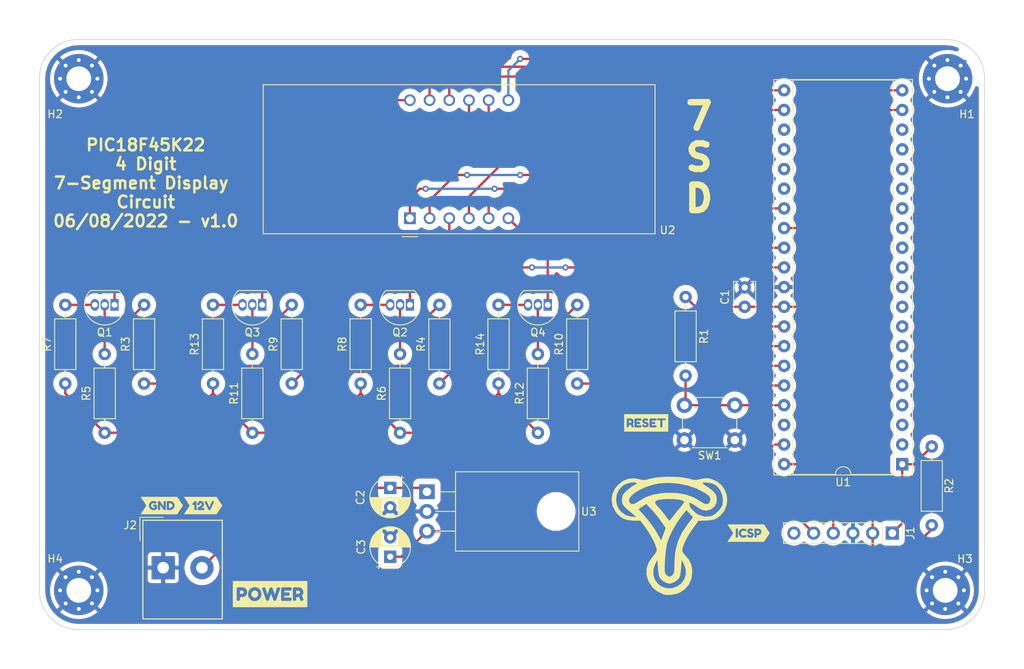
<source format=kicad_pcb>
(kicad_pcb (version 20211014) (generator pcbnew)
  (title_block (title "PIC18F45K22 - 4 Digit 7-Segment Display Circuit") (date "2022-08-16") (rev "v1.0") (company "Trion Embedded") (comment 1 "Designer: Bahtiyar Bayram"))
  (layers (0 "F.Cu" signal) (31 "B.Cu" signal) (34 "B.Paste" user) (35 "F.Paste" user) (36 "B.SilkS" user "B.Silkscreen") (37 "F.SilkS" user "F.Silkscreen") (38 "B.Mask" user) (39 "F.Mask" user) (44 "Edge.Cuts" user))
  (property "Date" "06/08/2022")
  (property "Ver" "v1.0")
  (net 0 "")
  (net 1 "+5V")
  (net 2 "GND")
  (net 3 "/~{MCRL}")
  (net 4 "/PGD")
  (net 5 "/PGC")
  (net 7 "/D1")
  (net 8 "Net-(Q1-Pad2)")
  (net 9 "Net-(Q1-Pad3)")
  (net 10 "/D3")
  (net 11 "Net-(Q2-Pad2)")
  (net 12 "Net-(Q2-Pad3)")
  (net 13 "/D2")
  (net 14 "Net-(Q3-Pad2)")
  (net 15 "Net-(Q3-Pad3)")
  (net 16 "/D4")
  (net 17 "Net-(Q4-Pad2)")
  (net 18 "Net-(Q4-Pad3)")
  (net 19 "Net-(R1-Pad2)")
  (net 20 "/DIG1")
  (net 21 "/DIG3")
  (net 22 "/DIG2")
  (net 23 "/DIG4")
  (net 41 "/SEG_A")
  (net 42 "/SEG_B")
  (net 43 "/SEG_C")
  (net 44 "/SEG_D")
  (net 49 "/SEG_E")
  (net 50 "/SEG_F")
  (net 51 "/SEG_G")
  (net 52 "/SEG_DP")
  (net 54 "Net-(C2-Pad1)")
  (footprint "kibuzzard-62FBC81B" (layer "F.Cu") (at 85.636051 117.328)
    (fp_text reference "kibuzzard-62FBC81B" hide)
    (fp_text value "G***" hide)
  )
  (footprint "Resistor_THT:R_Axial_DIN0207_L6.3mm_D2.5mm_P10.16mm_Horizontal" (layer "F.Cu") (at 102.400053 96.5 90)
    (fp_text reference "R6" (at 5.08 -2.37 90) (layer "F.SilkS"))
    (fp_text value "10k")
    (pad "1" thru_hole circle (at 0 0 90) (size 1.6 1.6) (drill 0.8) (layers *.Cu *.Mask) (net 1 "+5V"))
    (pad "2" thru_hole oval (at 10.16 0 90) (size 1.6 1.6) (drill 0.8) (layers *.Cu *.Mask) (net 11 "Net-(Q2-Pad2)"))
  )
  (footprint "TerminalBlock_Altech:Altech_AK300_1x02_P5.00mm_45-Degree" (layer "F.Cu") (at 71.848552 113.9185)
    (fp_text reference "J2" (at -4.2465 -5.4805) (layer "F.SilkS"))
    (fp_text value "Power")
    (pad "1" thru_hole rect (at 0 0) (size 3 3) (drill 1.5) (layers *.Cu *.Mask) (net 2 "GND"))
    (pad "2" thru_hole circle (at 5 0) (size 3 3) (drill 1.5) (layers *.Cu *.Mask) (net 54 "Net-(C2-Pad1)"))
  )
  (footprint "Capacitor_THT:C_Disc_D3.8mm_W2.6mm_P2.50mm" (layer "F.Cu") (at 146.850051 80.244 90)
    (fp_text reference "C1" (at 1.25 -2.55 90) (layer "F.SilkS"))
    (fp_text value "100nF")
    (pad "1" thru_hole circle (at 0 0 90) (size 1.6 1.6) (drill 0.8) (layers *.Cu *.Mask) (net 1 "+5V"))
    (pad "2" thru_hole circle (at 2.5 0 90) (size 1.6 1.6) (drill 0.8) (layers *.Cu *.Mask) (net 2 "GND"))
  )
  (footprint "Display_7Segment:CA56-12EWA" (layer "F.Cu") (at 103.670051 68.814 90)
    (fp_text reference "U2" (at -1.544 33.235949 180) (layer "F.SilkS"))
    (fp_text value "CA56-12EWA")
    (pad "1" thru_hole rect (at 0 0 90) (size 1.5 1.5) (drill 1) (layers *.Cu *.Mask) (net 49 "/SEG_E"))
    (pad "2" thru_hole circle (at 0 2.54 90) (size 1.5 1.5) (drill 1) (layers *.Cu *.Mask) (net 44 "/SEG_D"))
    (pad "3" thru_hole circle (at 0 5.08 90) (size 1.5 1.5) (drill 1) (layers *.Cu *.Mask) (net 52 "/SEG_DP"))
    (pad "4" thru_hole circle (at 0 7.62 90) (size 1.5 1.5) (drill 1) (layers *.Cu *.Mask) (net 43 "/SEG_C"))
    (pad "5" thru_hole circle (at 0 10.16 90) (size 1.5 1.5) (drill 1) (layers *.Cu *.Mask) (net 51 "/SEG_G"))
    (pad "6" thru_hole circle (at 0 12.7 90) (size 1.5 1.5) (drill 1) (layers *.Cu *.Mask) (net 16 "/D4"))
    (pad "7" thru_hole circle (at 15.24 12.7 90) (size 1.5 1.5) (drill 1) (layers *.Cu *.Mask) (net 42 "/SEG_B"))
    (pad "8" thru_hole circle (at 15.24 10.16 90) (size 1.5 1.5) (drill 1) (layers *.Cu *.Mask) (net 10 "/D3"))
    (pad "9" thru_hole circle (at 15.24 7.62 90) (size 1.5 1.5) (drill 1) (layers *.Cu *.Mask) (net 13 "/D2"))
    (pad "10" thru_hole circle (at 15.24 5.08 90) (size 1.5 1.5) (drill 1) (layers *.Cu *.Mask) (net 50 "/SEG_F"))
    (pad "11" thru_hole circle (at 15.24 2.54 90) (size 1.5 1.5) (drill 1) (layers *.Cu *.Mask) (net 41 "/SEG_A"))
    (pad "12" thru_hole circle (at 15.24 0 90) (size 1.5 1.5) (drill 1) (layers *.Cu *.Mask) (net 7 "/D1"))
  )
  (footprint "Resistor_THT:R_Axial_DIN0207_L6.3mm_D2.5mm_P10.16mm_Horizontal" (layer "F.Cu") (at 107.480052 90.15 90)
    (fp_text reference "R4" (at 5.08 -2.37 90) (layer "F.SilkS"))
    (fp_text value "1k")
    (pad "1" thru_hole circle (at 0 0 90) (size 1.6 1.6) (drill 0.8) (layers *.Cu *.Mask) (net 21 "/DIG3"))
    (pad "2" thru_hole oval (at 10.16 0 90) (size 1.6 1.6) (drill 0.8) (layers *.Cu *.Mask) (net 11 "Net-(Q2-Pad2)"))
  )
  (footprint "MountingHole:MountingHole_3.2mm_M3_Pad_Via" (layer "F.Cu") (at 173.012051 50.8 180)
    (fp_text reference "H1" (at -2.501949 -4.572) (layer "F.SilkS"))
    (fp_text value "M3")
    (pad "1" thru_hole circle (at 0 0 180) (size 6.4 6.4) (drill 3.2) (layers *.Cu *.Mask) (net 2 "GND"))
    (pad "1" thru_hole circle (at 1.697056 -1.697056 180) (size 0.8 0.8) (drill 0.5) (layers *.Cu *.Mask) (net 2 "GND"))
    (pad "1" thru_hole circle (at 0 2.4 180) (size 0.8 0.8) (drill 0.5) (layers *.Cu *.Mask) (net 2 "GND"))
    (pad "1" thru_hole circle (at 1.697056 1.697056 180) (size 0.8 0.8) (drill 0.5) (layers *.Cu *.Mask) (net 2 "GND"))
    (pad "1" thru_hole circle (at 0 -2.4 180) (size 0.8 0.8) (drill 0.5) (layers *.Cu *.Mask) (net 2 "GND"))
    (pad "1" thru_hole circle (at 2.4 0 180) (size 0.8 0.8) (drill 0.5) (layers *.Cu *.Mask) (net 2 "GND"))
    (pad "1" thru_hole circle (at -1.697056 -1.697056 180) (size 0.8 0.8) (drill 0.5) (layers *.Cu *.Mask) (net 2 "GND"))
    (pad "1" thru_hole circle (at -2.4 0 180) (size 0.8 0.8) (drill 0.5) (layers *.Cu *.Mask) (net 2 "GND"))
    (pad "1" thru_hole circle (at -1.697056 1.697056 180) (size 0.8 0.8) (drill 0.5) (layers *.Cu *.Mask) (net 2 "GND"))
  )
  (footprint "Resistor_THT:R_Axial_DIN0207_L6.3mm_D2.5mm_P10.16mm_Horizontal" (layer "F.Cu") (at 78.270054 90.15 90)
    (fp_text reference "R13" (at 5.08 -2.37 90) (layer "F.SilkS"))
    (fp_text value "1k")
    (pad "1" thru_hole circle (at 0 0 90) (size 1.6 1.6) (drill 0.8) (layers *.Cu *.Mask) (net 1 "+5V"))
    (pad "2" thru_hole oval (at 10.16 0 90) (size 1.6 1.6) (drill 0.8) (layers *.Cu *.Mask) (net 15 "Net-(Q3-Pad3)"))
  )
  (footprint "LOGO" (layer "F.Cu") (at 137.16 109.728)
    (fp_text reference "G***" hide)
    (fp_text value "LOGO" hide)
  )
  (footprint "Package_TO_SOT_THT:TO-92_Inline" (layer "F.Cu") (at 121.450051 79.99 180)
    (fp_text reference "Q4" (at 1.27 -3.56) (layer "F.SilkS"))
    (fp_text value "2N3906")
    (pad "1" thru_hole rect (at 0 0 180) (size 1.05 1.5) (drill 0.75) (layers *.Cu *.Mask) (net 16 "/D4"))
    (pad "2" thru_hole oval (at 1.27 0 180) (size 1.05 1.5) (drill 0.75) (layers *.Cu *.Mask) (net 17 "Net-(Q4-Pad2)"))
    (pad "3" thru_hole oval (at 2.54 0 180) (size 1.05 1.5) (drill 0.75) (layers *.Cu *.Mask) (net 18 "Net-(Q4-Pad3)"))
  )
  (footprint "Capacitor_THT:CP_Radial_D5.0mm_P2.50mm" (layer "F.Cu") (at 101.130052 112.502 90)
    (fp_text reference "C3" (at 1.25 -3.75 90) (layer "F.SilkS"))
    (fp_text value "10u")
    (pad "1" thru_hole rect (at 0 0 90) (size 1.6 1.6) (drill 0.8) (layers *.Cu *.Mask) (net 1 "+5V"))
    (pad "2" thru_hole circle (at 2.5 0 90) (size 1.6 1.6) (drill 0.8) (layers *.Cu *.Mask) (net 2 "GND"))
  )
  (footprint "Resistor_THT:R_Axial_DIN0207_L6.3mm_D2.5mm_P10.16mm_Horizontal" (layer "F.Cu") (at 64.300053 96.499999 90)
    (fp_text reference "R5" (at 5.08 -2.37 90) (layer "F.SilkS"))
    (fp_text value "10k")
    (pad "1" thru_hole circle (at 0 0 90) (size 1.6 1.6) (drill 0.8) (layers *.Cu *.Mask) (net 1 "+5V"))
    (pad "2" thru_hole oval (at 10.16 0 90) (size 1.6 1.6) (drill 0.8) (layers *.Cu *.Mask) (net 8 "Net-(Q1-Pad2)"))
  )
  (footprint "Resistor_THT:R_Axial_DIN0207_L6.3mm_D2.5mm_P10.16mm_Horizontal" (layer "F.Cu") (at 97.320052 90.15 90)
    (fp_text reference "R8" (at 5.08 -2.37 90) (layer "F.SilkS"))
    (fp_text value "1k")
    (pad "1" thru_hole circle (at 0 0 90) (size 1.6 1.6) (drill 0.8) (layers *.Cu *.Mask) (net 1 "+5V"))
    (pad "2" thru_hole oval (at 10.16 0 90) (size 1.6 1.6) (drill 0.8) (layers *.Cu *.Mask) (net 12 "Net-(Q2-Pad3)"))
  )
  (footprint "Button_Switch_THT:SW_PUSH_6mm_H7.3mm" (layer "F.Cu") (at 145.580052 97.444 180)
    (fp_text reference "SW1" (at 3.25 -2) (layer "F.SilkS"))
    (fp_text value "START")
    (pad "1" thru_hole circle (at 6.5 0 270) (size 2 2) (drill 1.1) (layers *.Cu *.Mask) (net 2 "GND"))
    (pad "1" thru_hole circle (at 0 0 270) (size 2 2) (drill 1.1) (layers *.Cu *.Mask) (net 2 "GND"))
    (pad "2" thru_hole circle (at 6.5 4.5 270) (size 2 2) (drill 1.1) (layers *.Cu *.Mask) (net 19 "Net-(R1-Pad2)"))
    (pad "2" thru_hole circle (at 0 4.5 270) (size 2 2) (drill 1.1) (layers *.Cu *.Mask) (net 19 "Net-(R1-Pad2)"))
  )
  (footprint "Package_TO_SOT_THT:TO-92_Inline" (layer "F.Cu") (at 103.670053 79.989999 180)
    (fp_text reference "Q2" (at 1.27 -3.56) (layer "F.SilkS"))
    (fp_text value "2N3906")
    (pad "1" thru_hole rect (at 0 0 180) (size 1.05 1.5) (drill 0.75) (layers *.Cu *.Mask) (net 10 "/D3"))
    (pad "2" thru_hole oval (at 1.27 0 180) (size 1.05 1.5) (drill 0.75) (layers *.Cu *.Mask) (net 11 "Net-(Q2-Pad2)"))
    (pad "3" thru_hole oval (at 2.54 0 180) (size 1.05 1.5) (drill 0.75) (layers *.Cu *.Mask) (net 12 "Net-(Q2-Pad3)"))
  )
  (footprint "kibuzzard-62FBC8E2" (layer "F.Cu") (at 147.358051 109.454)
    (fp_text reference "kibuzzard-62FBC8E2" hide)
    (fp_text value "G***" hide)
  )
  (footprint "MountingHole:MountingHole_3.2mm_M3_Pad_Via" (layer "F.Cu") (at 60.96 116.84 180)
    (fp_text reference "H4" (at 3.048 4.064) (layer "F.SilkS"))
    (fp_text value "M3")
    (pad "1" thru_hole circle (at -1.697056 1.697056 180) (size 0.8 0.8) (drill 0.5) (layers *.Cu *.Mask) (net 2 "GND"))
    (pad "1" thru_hole circle (at -2.4 0 180) (size 0.8 0.8) (drill 0.5) (layers *.Cu *.Mask) (net 2 "GND"))
    (pad "1" thru_hole circle (at 0 -2.4 180) (size 0.8 0.8) (drill 0.5) (layers *.Cu *.Mask) (net 2 "GND"))
    (pad "1" thru_hole circle (at 0 0 180) (size 6.4 6.4) (drill 3.2) (layers *.Cu *.Mask) (net 2 "GND"))
    (pad "1" thru_hole circle (at 2.4 0 180) (size 0.8 0.8) (drill 0.5) (layers *.Cu *.Mask) (net 2 "GND"))
    (pad "1" thru_hole circle (at 1.697056 1.697056 180) (size 0.8 0.8) (drill 0.5) (layers *.Cu *.Mask) (net 2 "GND"))
    (pad "1" thru_hole circle (at -1.697056 -1.697056 180) (size 0.8 0.8) (drill 0.5) (layers *.Cu *.Mask) (net 2 "GND"))
    (pad "1" thru_hole circle (at 1.697056 -1.697056 180) (size 0.8 0.8) (drill 0.5) (layers *.Cu *.Mask) (net 2 "GND"))
    (pad "1" thru_hole circle (at 0 2.4 180) (size 0.8 0.8) (drill 0.5) (layers *.Cu *.Mask) (net 2 "GND"))
  )
  (footprint "Package_DIP:DIP-40_W15.24mm_Socket" (layer "F.Cu") (at 167.175051 100.559 180)
    (fp_text reference "U1" (at 7.62 -2.33) (layer "F.SilkS"))
    (fp_text value "PIC18F45K22-IP")
    (pad "1" thru_hole rect (at 0 0 180) (size 1.6 1.6) (drill 0.8) (layers *.Cu *.Mask) (net 3 "/~{MCRL}"))
    (pad "2" thru_hole oval (at 0 2.54 180) (size 1.6 1.6) (drill 0.8) (layers *.Cu *.Mask))
    (pad "3" thru_hole oval (at 0 5.08 180) (size 1.6 1.6) (drill 0.8) (layers *.Cu *.Mask))
    (pad "4" thru_hole oval (at 0 7.62 180) (size 1.6 1.6) (drill 0.8) (layers *.Cu *.Mask))
    (pad "5" thru_hole oval (at 0 10.16 180) (size 1.6 1.6) (drill 0.8) (layers *.Cu *.Mask))
    (pad "6" thru_hole oval (at 0 12.7 180) (size 1.6 1.6) (drill 0.8) (layers *.Cu *.Mask))
    (pad "7" thru_hole oval (at 0 15.24 180) (size 1.6 1.6) (drill 0.8) (layers *.Cu *.Mask))
    (pad "8" thru_hole oval (at 0 17.78 180) (size 1.6 1.6) (drill 0.8) (layers *.Cu *.Mask))
    (pad "9" thru_hole oval (at 0 20.32 180) (size 1.6 1.6) (drill 0.8) (layers *.Cu *.Mask))
    (pad "10" thru_hole oval (at 0 22.86 180) (size 1.6 1.6) (drill 0.8) (layers *.Cu *.Mask))
    (pad "11" thru_hole oval (at 0 25.4 180) (size 1.6 1.6) (drill 0.8) (layers *.Cu *.Mask))
    (pad "12" thru_hole oval (at 0 27.94 180) (size 1.6 1.6) (drill 0.8) (layers *.Cu *.Mask))
    (pad "13" thru_hole oval (at 0 30.48 180) (size 1.6 1.6) (drill 0.8) (layers *.Cu *.Mask))
    (pad "14" thru_hole oval (at 0 33.02 180) (size 1.6 1.6) (drill 0.8) (layers *.Cu *.Mask))
    (pad "15" thru_hole oval (at 0 35.56 180) (size 1.6 1.6) (drill 0.8) (layers *.Cu *.Mask))
    (pad "16" thru_hole oval (at 0 38.1 180) (size 1.6 1.6) (drill 0.8) (layers *.Cu *.Mask))
    (pad "17" thru_hole oval (at 0 40.64 180) (size 1.6 1.6) (drill 0.8) (layers *.Cu *.Mask))
    (pad "18" thru_hole oval (at 0 43.18 180) (size 1.6 1.6) (drill 0.8) (layers *.Cu *.Mask))
    (pad "19" thru_hole oval (at 0 45.72 180) (size 1.6 1.6) (drill 0.8) (layers *.Cu *.Mask) (net 41 "/SEG_A"))
    (pad "20" thru_hole oval (at 0 48.26 180) (size 1.6 1.6) (drill 0.8) (layers *.Cu *.Mask) (net 42 "/SEG_B"))
    (pad "21" thru_hole oval (at 15.24 48.26 180) (size 1.6 1.6) (drill 0.8) (layers *.Cu *.Mask) (net 43 "/SEG_C"))
    (pad "22" thru_hole oval (at 15.24 45.72 180) (size 1.6 1.6) (drill 0.8) (layers *.Cu *.Mask) (net 44 "/SEG_D"))
    (pad "23" thru_hole oval (at 15.24 43.18 180) (size 1.6 1.6) (drill 0.8) (layers *.Cu *.Mask))
    (pad "24" thru_hole oval (at 15.24 40.64 180) (size 1.6 1.6) (drill 0.8) (layers *.Cu *.Mask))
    (pad "25" thru_hole oval (at 15.24 38.1 180) (size 1.6 1.6) (drill 0.8) (layers *.Cu *.Mask))
    (pad "26" thru_hole oval (at 15.24 35.56 180) (size 1.6 1.6) (drill 0.8) (layers *.Cu *.Mask))
    (pad "27" thru_hole oval (at 15.24 33.02 180) (size 1.6 1.6) (drill 0.8) (layers *.Cu *.Mask) (net 49 "/SEG_E"))
    (pad "28" thru_hole oval (at 15.24 30.48 180) (size 1.6 1.6) (drill 0.8) (layers *.Cu *.Mask) (net 50 "/SEG_F"))
    (pad "29" thru_hole oval (at 15.24 27.94 180) (size 1.6 1.6) (drill 0.8) (layers *.Cu *.Mask) (net 51 "/SEG_G"))
    (pad "30" thru_hole oval (at 15.24 25.4 180) (size 1.6 1.6) (drill 0.8) (layers *.Cu *.Mask) (net 52 "/SEG_DP"))
    (pad "31" thru_hole oval (at 15.24 22.86 180) (size 1.6 1.6) (drill 0.8) (layers *.Cu *.Mask) (net 2 "GND"))
    (pad "32" thru_hole oval (at 15.24 20.32 180) (size 1.6 1.6) (drill 0.8) (layers *.Cu *.Mask) (net 1 "+5V"))
    (pad "33" thru_hole oval (at 15.24 17.78 180) (size 1.6 1.6) (drill 0.8) (layers *.Cu *.Mask) (net 20 "/DIG1"))
    (pad "34" thru_hole oval (at 15.24 15.24 180) (size 1.6 1.6) (drill 0.8) (layers *.Cu *.Mask) (net 22 "/DIG2"))
    (pad "35" thru_hole oval (at 15.24 12.7 180) (size 1.6 1.6) (drill 0.8) (layers *.Cu *.Mask) (net 21 "/DIG3"))
    (pad "36" thru_hole oval (at 15.24 10.16 180) (size 1.6 1.6) (drill 0.8) (layers *.Cu *.Mask) (net 23 "/DIG4"))
    (pad "37" thru_hole oval (at 15.24 7.62 180) (size 1.6 1.6) (drill 0.8) (layers *.Cu *.Mask) (net 19 "Net-(R1-Pad2)"))
    (pad "38" thru_hole oval (at 15.24 5.08 180) (size 1.6 1.6) (drill 0.8) (layers *.Cu *.Mask))
    (pad "39" thru_hole oval (at 15.24 2.54 180) (size 1.6 1.6) (drill 0.8) (layers *.Cu *.Mask) (net 5 "/PGC"))
    (pad "40" thru_hole oval (at 15.24 0 180) (size 1.6 1.6) (drill 0.8) (layers *.Cu *.Mask) (net 4 "/PGD"))
  )
  (footprint "Package_TO_SOT_THT:TO-92_Inline" (layer "F.Cu") (at 84.620052 79.99 180)
    (fp_text reference "Q3" (at 1.27 -3.56) (layer "F.SilkS"))
    (fp_text value "2N3906")
    (pad "1" thru_hole rect (at 0 0 180) (size 1.05 1.5) (drill 0.75) (layers *.Cu *.Mask) (net 13 "/D2"))
    (pad "2" thru_hole oval (at 1.27 0 180) (size 1.05 1.5) (drill 0.75) (layers *.Cu *.Mask) (net 14 "Net-(Q3-Pad2)"))
    (pad "3" thru_hole oval (at 2.54 0 180) (size 1.05 1.5) (drill 0.75) (layers *.Cu *.Mask) (net 15 "Net-(Q3-Pad3)"))
  )
  (footprint "kibuzzard-62FBC8B8" (layer "F.Cu") (at 71.666052 105.898)
    (fp_text reference "kibuzzard-62FBC8B8" hide)
    (fp_text value "G***" hide)
  )
  (footprint "Resistor_THT:R_Axial_DIN0207_L6.3mm_D2.5mm_P10.16mm_Horizontal" (layer "F.Cu") (at 115.100051 90.15 90)
    (fp_text reference "R14" (at 5.08 -2.37 90) (layer "F.SilkS"))
    (fp_text value "1k")
    (pad "1" thru_hole circle (at 0 0 90) (size 1.6 1.6) (drill 0.8) (layers *.Cu *.Mask) (net 1 "+5V"))
    (pad "2" thru_hole oval (at 10.16 0 90) (size 1.6 1.6) (drill 0.8) (layers *.Cu *.Mask) (net 18 "Net-(Q4-Pad3)"))
  )
  (footprint "Resistor_THT:R_Axial_DIN0207_L6.3mm_D2.5mm_P10.16mm_Horizontal" (layer "F.Cu") (at 125.260053 90.15 90)
    (fp_text reference "R10" (at 5.08 -2.37 90) (layer "F.SilkS"))
    (fp_text value "1k")
    (pad "1" thru_hole circle (at 0 0 90) (size 1.6 1.6) (drill 0.8) (layers *.Cu *.Mask) (net 23 "/DIG4"))
    (pad "2" thru_hole oval (at 10.16 0 90) (size 1.6 1.6) (drill 0.8) (layers *.Cu *.Mask) (net 17 "Net-(Q4-Pad2)"))
  )
  (footprint "Resistor_THT:R_Axial_DIN0207_L6.3mm_D2.5mm_P10.16mm_Horizontal" (layer "F.Cu") (at 88.430052 90.149999 90)
    (fp_text reference "R9" (at 5.08 -2.37 90) (layer "F.SilkS"))
    (fp_text value "1k")
    (pad "1" thru_hole circle (at 0 0 90) (size 1.6 1.6) (drill 0.8) (layers *.Cu *.Mask) (net 22 "/DIG2"))
    (pad "2" thru_hole oval (at 10.16 0 90) (size 1.6 1.6) (drill 0.8) (layers *.Cu *.Mask) (net 14 "Net-(Q3-Pad2)"))
  )
  (footprint "Resistor_THT:R_Axial_DIN0207_L6.3mm_D2.5mm_P10.16mm_Horizontal" (layer "F.Cu") (at 83.350052 96.5 90)
    (fp_text reference "R11" (at 5.08 -2.37 90) (layer "F.SilkS"))
    (fp_text value "10k")
    (pad "1" thru_hole circle (at 0 0 90) (size 1.6 1.6) (drill 0.8) (layers *.Cu *.Mask) (net 1 "+5V"))
    (pad "2" thru_hole oval (at 10.16 0 90) (size 1.6 1.6) (drill 0.8) (layers *.Cu *.Mask) (net 14 "Net-(Q3-Pad2)"))
  )
  (footprint "Resistor_THT:R_Axial_DIN0207_L6.3mm_D2.5mm_P10.16mm_Horizontal" (layer "F.Cu") (at 170.980051 108.438 90)
    (fp_text reference "R2" (at 5.08 2.247949 90) (layer "F.SilkS"))
    (fp_text value "10k")
    (pad "1" thru_hole circle (at 0 0 90) (size 1.6 1.6) (drill 0.8) (layers *.Cu *.Mask) (net 1 "+5V"))
    (pad "2" thru_hole oval (at 10.16 0 90) (size 1.6 1.6) (drill 0.8) (layers *.Cu *.Mask) (net 3 "/~{MCRL}"))
  )
  (footprint "MountingHole:MountingHole_3.2mm_M3_Pad_Via" (layer "F.Cu") (at 172.72 116.84 180)
    (fp_text reference "H3" (at -2.54 4.064) (layer "F.SilkS"))
    (fp_text value "M3")
    (pad "1" thru_hole circle (at -1.697056 -1.697056 180) (size 0.8 0.8) (drill 0.5) (layers *.Cu *.Mask) (net 2 "GND"))
    (pad "1" thru_hole circle (at 1.697056 -1.697056 180) (size 0.8 0.8) (drill 0.5) (layers *.Cu *.Mask) (net 2 "GND"))
    (pad "1" thru_hole circle (at 2.4 0 180) (size 0.8 0.8) (drill 0.5) (layers *.Cu *.Mask) (net 2 "GND"))
    (pad "1" thru_hole circle (at 0 0 180) (size 6.4 6.4) (drill 3.2) (layers *.Cu *.Mask) (net 2 "GND"))
    (pad "1" thru_hole circle (at -1.697056 1.697056 180) (size 0.8 0.8) (drill 0.5) (layers *.Cu *.Mask) (net 2 "GND"))
    (pad "1" thru_hole circle (at 0 -2.4 180) (size 0.8 0.8) (drill 0.5) (layers *.Cu *.Mask) (net 2 "GND"))
    (pad "1" thru_hole circle (at 1.697056 1.697056 180) (size 0.8 0.8) (drill 0.5) (layers *.Cu *.Mask) (net 2 "GND"))
    (pad "1" thru_hole circle (at 0 2.4 180) (size 0.8 0.8) (drill 0.5) (layers *.Cu *.Mask) (net 2 "GND"))
    (pad "1" thru_hole circle (at -2.4 0 180) (size 0.8 0.8) (drill 0.5) (layers *.Cu *.Mask) (net 2 "GND"))
  )
  (footprint "Resistor_THT:R_Axial_DIN0207_L6.3mm_D2.5mm_P10.16mm_Horizontal" (layer "F.Cu") (at 59.220051 90.15 90)
    (fp_text reference "R7" (at 5.08 -2.37 90) (layer "F.SilkS"))
    (fp_text value "1k")
    (pad "1" thru_hole circle (at 0 0 90) (size 1.6 1.6) (drill 0.8) (layers *.Cu *.Mask) (net 1 "+5V"))
    (pad "2" thru_hole oval (at 10.16 0 90) (size 1.6 1.6) (drill 0.8) (layers *.Cu *.Mask) (net 9 "Net-(Q1-Pad3)"))
  )
  (footprint "MountingHole:MountingHole_3.2mm_M3_Pad_Via" (layer "F.Cu") (at 60.96 50.8 180)
    (fp_text reference "H2" (at 3.048 -4.572) (layer "F.SilkS"))
    (fp_text value "M3")
    (pad "1" thru_hole circle (at 0 0 180) (size 6.4 6.4) (drill 3.2) (layers *.Cu *.Mask) (net 2 "GND"))
    (pad "1" thru_hole circle (at -1.697056 1.697056 180) (size 0.8 0.8) (drill 0.5) (layers *.Cu *.Mask) (net 2 "GND"))
    (pad "1" thru_hole circle (at -2.4 0 180) (size 0.8 0.8) (drill 0.5) (layers *.Cu *.Mask) (net 2 "GND"))
    (pad "1" thru_hole circle (at 2.4 0 180) (size 0.8 0.8) (drill 0.5) (layers *.Cu *.Mask) (net 2 "GND"))
    (pad "1" thru_hole circle (at 1.697056 1.697056 180) (size 0.8 0.8) (drill 0.5) (layers *.Cu *.Mask) (net 2 "GND"))
    (pad "1" thru_hole circle (at 0 2.4 180) (size 0.8 0.8) (drill 0.5) (layers *.Cu *.Mask) (net 2 "GND"))
    (pad "1" thru_hole circle (at 0 -2.4 180) (size 0.8 0.8) (drill 0.5) (layers *.Cu *.Mask) (net 2 "GND"))
    (pad "1" thru_hole circle (at -1.697056 -1.697056 180) (size 0.8 0.8) (drill 0.5) (layers *.Cu *.Mask) (net 2 "GND"))
    (pad "1" thru_hole circle (at 1.697056 -1.697056 180) (size 0.8 0.8) (drill 0.5) (layers *.Cu *.Mask) (net 2 "GND"))
  )
  (footprint "Resistor_THT:R_Axial_DIN0207_L6.3mm_D2.5mm_P10.16mm_Horizontal" (layer "F.Cu") (at 69.380053 90.15 90)
    (fp_text reference "R3" (at 5.08 -2.37 90) (layer "F.SilkS"))
    (fp_text value "1k")
    (pad "1" thru_hole circle (at 0 0 90) (size 1.6 1.6) (drill 0.8) (layers *.Cu *.Mask) (net 20 "/DIG1"))
    (pad "2" thru_hole oval (at 10.16 0 90) (size 1.6 1.6) (drill 0.8) (layers *.Cu *.Mask) (net 8 "Net-(Q1-Pad2)"))
  )
  (footprint "Connector_PinHeader_2.54mm:PinHeader_1x06_P2.54mm_Vertical" (layer "F.Cu") (at 165.900051 109.454 -90)
    (fp_text reference "J1" (at 0 -2.33 90) (layer "F.SilkS"))
    (fp_text value "ICSP")
    (pad "1" thru_hole rect (at 0 0 270) (size 1.7 1.7) (drill 1) (layers *.Cu *.Mask) (net 3 "/~{MCRL}"))
    (pad "2" thru_hole oval (at 0 2.54 270) (size 1.7 1.7) (drill 1) (layers *.Cu *.Mask) (net 1 "+5V"))
    (pad "3" thru_hole oval (at 0 5.08 270) (size 1.7 1.7) (drill 1) (layers *.Cu *.Mask) (net 2 "GND"))
    (pad "4" thru_hole oval (at 0 7.62 270) (size 1.7 1.7) (drill 1) (layers *.Cu *.Mask) (net 4 "/PGD"))
    (pad "5" thru_hole oval (at 0 10.16 270) (size 1.7 1.7) (drill 1) (layers *.Cu *.Mask) (net 5 "/PGC"))
    (pad "6" thru_hole oval (at 0 12.7 270) (size 1.7 1.7) (drill 1) (layers *.Cu *.Mask))
  )
  (footprint "kibuzzard-62FBC8F8" (layer "F.Cu") (at 134.150052 95.23)
    (fp_text reference "kibuzzard-62FBC8F8" hide)
    (fp_text value "G***" hide)
  )
  (footprint "Resistor_THT:R_Axial_DIN0207_L6.3mm_D2.5mm_P10.16mm_Horizontal" (layer "F.Cu") (at 120.180052 96.499999 90)
    (fp_text reference "R12" (at 5.08 -2.37 90) (layer "F.SilkS"))
    (fp_text value "10k")
    (pad "1" thru_hole circle (at 0 0 90) (size 1.6 1.6) (drill 0.8) (layers *.Cu *.Mask) (net 1 "+5V"))
    (pad "2" thru_hole oval (at 10.16 0 90) (size 1.6 1.6) (drill 0.8) (layers *.Cu *.Mask) (net 17 "Net-(Q4-Pad2)"))
  )
  (footprint "Capacitor_THT:CP_Radial_D5.0mm_P2.50mm" (layer "F.Cu") (at 101.130052 103.612 -90)
    (fp_text reference "C2" (at 1.25 3.848052 90) (layer "F.SilkS"))
    (fp_text value "10u")
    (pad "1" thru_hole rect (at 0 0 270) (size 1.6 1.6) (drill 0.8) (layers *.Cu *.Mask) (net 54 "Net-(C2-Pad1)"))
    (pad "2" thru_hole circle (at 2.5 0 270) (size 1.6 1.6) (drill 0.8) (layers *.Cu *.Mask) (net 2 "GND"))
  )
  (footprint "Resistor_THT:R_Axial_DIN0207_L6.3mm_D2.5mm_P10.16mm_Horizontal" (layer "F.Cu") (at 139.230051 78.974 -90)
    (fp_text reference "R1" (at 5.08 -2.37 90) (layer "F.SilkS"))
    (fp_text value "10k")
    (pad "1" thru_hole circle (at 0 0 270) (size 1.6 1.6) (drill 0.8) (layers *.Cu *.Mask) (net 1 "+5V"))
    (pad "2" thru_hole oval (at 10.16 0 270) (size 1.6 1.6) (drill 0.8) (layers *.Cu *.Mask) (net 19 "Net-(R1-Pad2)"))
  )
  (footprint "Package_TO_SOT_THT:TO-92_Inline" (layer "F.Cu") (at 65.570052 79.990001 180)
    (fp_text reference "Q1" (at 1.27 -3.56) (layer "F.SilkS"))
    (fp_text value "2N3906")
    (pad "1" thru_hole rect (at 0 0 180) (size 1.05 1.5) (drill 0.75) (layers *.Cu *.Mask) (net 7 "/D1"))
    (pad "2" thru_hole oval (at 1.27 0 180) (size 1.05 1.5) (drill 0.75) (layers *.Cu *.Mask) (net 8 "Net-(Q1-Pad2)"))
    (pad "3" thru_hole oval (at 2.54 0 180) (size 1.05 1.5) (drill 0.75) (layers *.Cu *.Mask) (net 9 "Net-(Q1-Pad3)"))
  )
  (footprint "kibuzzard-62FBC8C7" (layer "F.Cu") (at 77.000051 105.898)
    (fp_text reference "kibuzzard-62FBC8C7" hide)
    (fp_text value "G***" hide)
  )
  (footprint "Package_TO_SOT_THT:TO-220-3_Horizontal_TabDown" (layer "F.Cu") (at 105.870051 104.12 -90)
    (fp_text reference "U3" (at 2.56 -20.875949 180) (layer "F.SilkS"))
    (fp_text value "L7805")
    (pad "" np_thru_hole oval (at 2.54 -16.66 270) (size 3.5 3.5) (drill 3.5) (layers *.Cu *.Mask))
    (pad "1" thru_hole rect (at 0 0 270) (size 1.905 2) (drill 1.1) (layers *.Cu *.Mask) (net 54 "Net-(C2-Pad1)"))
    (pad "2" thru_hole oval (at 2.54 0 270) (size 1.905 2) (drill 1.1) (layers *.Cu *.Mask) (net 2 "GND"))
    (pad "3" thru_hole oval (at 5.08 0 270) (size 1.905 2) (drill 1.1) (layers *.Cu *.Mask) (net 1 "+5V"))
  )
  (gr_arc (start 55.88 50.8) (mid 57.367898 47.207898) (end 60.96 45.72) (layer "Edge.Cuts") (width 0.1))
  (gr_line (start 172.72 45.72) (end 60.96 45.72) (layer "Edge.Cuts") (width 0.1))
  (gr_arc (start 177.8 116.84) (mid 176.312102 120.432102) (end 172.72 121.92) (layer "Edge.Cuts") (width 0.1))
  (gr_line (start 177.8 116.84) (end 177.8 50.8) (layer "Edge.Cuts") (width 0.1))
  (gr_arc (start 60.96 121.92) (mid 57.367898 120.432102) (end 55.88 116.84) (layer "Edge.Cuts") (width 0.1))
  (gr_line (start 60.96 121.92) (end 172.72 121.92) (layer "Edge.Cuts") (width 0.1))
  (gr_arc (start 172.72 45.72) (mid 176.312102 47.207898) (end 177.8 50.8) (layer "Edge.Cuts") (width 0.1))
  (gr_line (start 55.88 50.8) (end 55.88 116.84) (layer "Edge.Cuts") (width 0.1))
  (gr_text "PIC18F45K22\n4 Digit\n7-Segment Display \nCircuit\n${Date} - ${Ver}" (at 69.596 64.262) (layer "F.SilkS") (effects (font (size 1.524 1.524) (thickness 0.3175))))
  (gr_text "7\nS\nD" (at 140.97 60.96) (layer "F.SilkS") (effects (font (size 3.302 3.302) (thickness 0.8255))))
  (segment (start 151.935051 80.239) (end 146.855051 80.239001) (width 0.3) (layer "F.Cu") (net 1))
  (segment (start 167.170051 112.756) (end 164.122052 112.755999) (width 0.3) (layer "F.Cu") (net 1))
  (segment (start 59.220051 91.419998) (end 64.300053 96.499999) (width 0.3) (layer "F.Cu") (net 1))
  (segment (start 78.270054 90.15) (end 78.270053 91.420001) (width 0.3) (layer "F.Cu") (net 1))
  (segment (start 159.804051 115.55) (end 163.360052 111.994) (width 0.3) (layer "F.Cu") (net 1))
  (segment (start 146.855051 80.239001) (end 146.850051 80.244) (width 0.3) (layer "F.Cu") (net 1))
  (segment (start 97.320053 91.42) (end 102.400053 96.5) (width 0.3) (layer "F.Cu") (net 1))
  (segment (start 115.100051 90.15) (end 115.100051 91.419998) (width 0.3) (layer "F.Cu") (net 1))
  (segment (start 113.576051 115.55) (end 159.804051 115.55) (width 0.3) (layer "F.Cu") (net 1))
  (segment (start 108.242052 109.2) (end 110.020049 107.422002) (width 0.3) (layer "F.Cu") (net 1))
  (segment (start 108.242051 110.216) (end 113.576051 115.55) (width 0.3) (layer "F.Cu") (net 1))
  (segment (start 164.122052 112.755999) (end 163.360052 111.994) (width 0.3) (layer "F.Cu") (net 1))
  (segment (start 102.400053 96.5) (end 110.020049 96.5) (width 0.3) (layer "F.Cu") (net 1))
  (segment (start 163.360052 111.994) (end 163.360052 109.454) (width 0.3) (layer "F.Cu") (net 1))
  (segment (start 110.020049 107.422002) (end 110.020049 96.5) (width 0.3) (layer "F.Cu") (net 1))
  (segment (start 73.190055 96.499999) (end 78.270053 91.420001) (width 0.3) (layer "F.Cu") (net 1))
  (segment (start 64.300053 96.499999) (end 73.190055 96.499999) (width 0.3) (layer "F.Cu") (net 1))
  (segment (start 101.130052 112.502) (end 102.568051 112.502) (width 0.3) (layer "F.Cu") (net 1))
  (segment (start 170.980051 108.946) (end 167.170051 112.756) (width 0.3) (layer "F.Cu") (net 1))
  (segment (start 78.270053 91.420001) (end 83.350052 96.5) (width 0.3) (layer "F.Cu") (net 1))
  (segment (start 115.100051 91.419998) (end 120.180052 96.499999) (width 0.3) (layer "F.Cu") (net 1))
  (segment (start 97.320052 90.15) (end 97.320053 91.42) (width 0.3) (layer "F.Cu") (net 1))
  (segment (start 108.242052 109.2) (end 108.242051 110.216) (width 0.3) (layer "F.Cu") (net 1))
  (segment (start 163.360051 87.864) (end 155.735051 80.239001) (width 0.3) (layer "F.Cu") (net 1))
  (segment (start 170.980051 108.438) (end 170.980051 108.946) (width 0.3) (layer "F.Cu") (net 1))
  (segment (start 92.240053 96.5) (end 97.320053 91.42) (width 0.3) (layer "F.Cu") (net 1))
  (segment (start 105.870051 109.200001) (end 108.242052 109.2) (width 0.3) (layer "F.Cu") (net 1))
  (segment (start 155.735051 80.239001) (end 151.935051 80.239) (width 0.3) (layer "F.Cu") (net 1))
  (segment (start 83.350052 96.5) (end 92.240053 96.5) (width 0.3) (layer "F.Cu") (net 1))
  (segment (start 140.500051 80.244) (end 139.230051 78.974) (width 0.3) (layer "F.Cu") (net 1))
  (segment (start 102.568051 112.502) (end 105.870051 109.200001) (width 0.3) (layer "F.Cu") (net 1))
  (segment (start 163.360052 109.454) (end 163.360051 87.864) (width 0.3) (layer "F.Cu") (net 1))
  (segment (start 110.020049 96.5) (end 115.100051 91.419998) (width 0.3) (layer "F.Cu") (net 1))
  (segment (start 146.850051 80.244) (end 140.500051 80.244) (width 0.3) (layer "F.Cu") (net 1))
  (segment (start 59.220051 90.15) (end 59.220051 91.419998) (width 0.3) (layer "F.Cu") (net 1))
  (segment (start 167.175051 100.559) (end 167.175052 108.179) (width 0.3) (layer "F.Cu") (net 3))
  (segment (start 168.694051 100.564) (end 167.180051 100.564) (width 0.3) (layer "F.Cu") (net 3))
  (segment (start 167.180051 100.564) (end 167.175051 100.559) (width 0.3) (layer "F.Cu") (net 3))
  (segment (start 170.980051 98.278) (end 168.694051 100.564) (width 0.3) (layer "F.Cu") (net 3))
  (segment (start 167.175052 108.179) (end 165.900051 109.454) (width 0.3) (layer "F.Cu") (net 3))
  (segment (start 158.280051 109.454) (end 158.280051 103.104) (width 0.3) (layer "F.Cu") (net 4))
  (segment (start 155.735052 100.559) (end 151.935051 100.559) (width 0.3) (layer "F.Cu") (net 4))
  (segment (start 158.280051 103.104) (end 155.735052 100.559) (width 0.3) (layer "F.Cu") (net 4))
  (segment (start 149.390051 103.104) (end 149.390051 99.294) (width 0.3) (layer "F.Cu") (net 5))
  (segment (start 150.665051 98.019) (end 151.935051 98.019) (width 0.3) (layer "F.Cu") (net 5))
  (segment (start 149.390051 99.294) (end 150.665051 98.019) (width 0.3) (layer "F.Cu") (net 5))
  (segment (start 155.740051 109.454) (end 149.390051 103.104) (width 0.3) (layer "F.Cu") (net 5))
  (segment (start 88.684052 53.574) (end 103.670051 53.574) (width 0.3) (layer "F.Cu") (net 7))
  (segment (start 65.570052 79.990001) (end 65.570052 76.687999) (width 0.3) (layer "F.Cu") (net 7))
  (segment (start 65.570052 76.687999) (end 88.684052 53.574) (width 0.3) (layer "F.Cu") (net 7))
  (segment (start 69.380053 79.99) (end 66.840052 82.53) (width 0.3) (layer "F.Cu") (net 8))
  (segment (start 64.300052 79.990001) (end 64.300053 82.784) (width 0.3) (layer "F.Cu") (net 8))
  (segment (start 66.840052 82.53) (end 64.300053 82.53) (width 0.3) (layer "F.Cu") (net 8))
  (segment (start 64.300053 82.784) (end 64.300053 86.339999) (width 0.3) (layer "F.Cu") (net 8))
  (segment (start 59.220051 79.99) (end 63.030052 79.990001) (width 0.3) (layer "F.Cu") (net 9))
  (segment (start 101.384051 66.02) (end 105.956052 61.448) (width 0.3) (layer "F.Cu") (net 10))
  (segment (start 109.766051 61.448001) (end 113.830051 57.384001) (width 0.3) (layer "F.Cu") (net 10))
  (segment (start 101.384051 73.894001) (end 101.384051 66.02) (width 0.3) (layer "F.Cu") (net 10))
  (segment (start 113.830051 57.384001) (end 113.830051 53.574) (width 0.3) (layer "F.Cu") (net 10))
  (segment (start 103.670053 79.989999) (end 103.670052 76.180001) (width 0.3) (layer "F.Cu") (net 10))
  (segment (start 103.670052 76.180001) (end 101.384051 73.894001) (width 0.3) (layer "F.Cu") (net 10))
  (segment (start 105.956052 61.448) (end 109.766051 61.448001) (width 0.3) (layer "F.Cu") (net 10))
  (segment (start 104.940052 82.53) (end 102.400052 82.53) (width 0.3) (layer "F.Cu") (net 11))
  (segment (start 102.400052 79.989999) (end 102.400052 82.53) (width 0.3) (layer "F.Cu") (net 11))
  (segment (start 107.480052 79.99) (end 104.940052 82.53) (width 0.3) (layer "F.Cu") (net 11))
  (segment (start 102.400052 82.53) (end 102.400052 86.340001) (width 0.3) (layer "F.Cu") (net 11))
  (segment (start 101.130052 79.989999) (end 97.320052 79.99) (width 0.3) (layer "F.Cu") (net 12))
  (segment (start 111.290051 57.13) (end 111.290052 53.574) (width 0.3) (layer "F.Cu") (net 13))
  (segment (start 109.004051 59.416) (end 111.290051 57.13) (width 0.3) (layer "F.Cu") (net 13))
  (segment (start 92.748051 59.416) (end 109.004051 59.416) (width 0.3) (layer "F.Cu") (net 13))
  (segment (start 84.620052 67.543999) (end 92.748051 59.416) (width 0.3) (layer "F.Cu") (net 13))
  (segment (start 84.620052 79.99) (end 84.620052 67.543999) (width 0.3) (layer "F.Cu") (net 13))
  (segment (start 88.430052 79.989999) (end 85.890051 82.53) (width 0.3) (layer "F.Cu") (net 14))
  (segment (start 83.350052 79.99) (end 83.350052 82.784) (width 0.3) (layer "F.Cu") (net 14))
  (segment (start 85.890051 82.53) (end 83.350052 82.53) (width 0.3) (layer "F.Cu") (net 14))
  (segment (start 83.350052 82.784) (end 83.350052 86.340001) (width 0.3) (layer "F.Cu") (net 14))
  (segment (start 78.270054 79.99) (end 82.080052 79.99) (width 0.3) (layer "F.Cu") (net 15))
  (segment (start 121.450051 79.99) (end 121.450051 73.894) (width 0.3) (layer "F.Cu") (net 16))
  (segment (start 121.450051 73.894) (end 116.370051 68.814) (width 0.3) (layer "F.Cu") (net 16))
  (segment (start 120.180052 82.53) (end 120.180051 79.990001) (width 0.3) (layer "F.Cu") (net 17))
  (segment (start 120.180051 79.990001) (end 120.180053 86.339999) (width 0.3) (layer "F.Cu") (net 17))
  (segment (start 122.720052 82.53) (end 120.180052 82.53) (width 0.3) (layer "F.Cu") (net 17))
  (segment (start 125.260053 79.99) (end 122.720052 82.53) (width 0.3) (layer "F.Cu") (net 17))
  (segment (start 115.100051 79.99) (end 118.910051 79.99) (width 0.3) (layer "F.Cu") (net 18))
  (segment (start 145.580051 92.944) (end 151.930051 92.944) (width 0.3) (layer "F.Cu") (net 19))
  (segment (start 139.230051 92.794) (end 139.080051 92.944) (width 0.3) (layer "F.Cu") (net 19))
  (segment (start 151.930051 92.944) (end 151.935051 92.939) (width 0.3) (layer "F.Cu") (net 19))
  (segment (start 139.230051 89.134) (end 139.230051 92.794) (width 0.3) (layer "F.Cu") (net 19))
  (segment (start 139.080051 92.944) (end 145.580051 92.944) (width 0.3) (layer "F.Cu") (net 19))
  (segment (start 104.686051 86.848) (end 103.670051 87.864) (width 0.3) (layer "F.Cu") (net 20))
  (segment (start 121.450051 87.864) (end 118.148051 87.864) (width 0.3) (layer "F.Cu") (net 20))
  (segment (start 76.746051 87.864) (end 74.460051 90.15) (width 0.3) (layer "F.Cu") (net 20))
  (segment (start 118.148051 87.864) (end 117.132051 86.848) (width 0.3) (layer "F.Cu") (net 20))
  (segment (start 117.132051 86.848) (end 104.686051 86.848) (width 0.3) (layer "F.Cu") (net 20))
  (segment (start 126.535051 82.779) (end 121.450051 87.864) (width 0.3) (layer "F.Cu") (net 20))
  (segment (start 74.460051 90.15) (end 69.380053 90.15) (width 0.3) (layer "F.Cu") (net 20))
  (segment (start 103.670051 87.864) (end 76.746051 87.864) (width 0.3) (layer "F.Cu") (net 20))
  (segment (start 151.935051 82.779) (end 126.535051 82.779) (width 0.3) (layer "F.Cu") (net 20))
  (segment (start 146.337051 87.859) (end 144.564051 86.086) (width 0.3) (layer "F.Cu") (net 21))
  (segment (start 109.258052 88.372) (end 107.480052 90.15) (width 0.3) (layer "F.Cu") (net 21))
  (segment (start 122.974051 89.388) (end 116.624051 89.388) (width 0.3) (layer "F.Cu") (net 21))
  (segment (start 126.276051 86.086) (end 122.974051 89.388) (width 0.3) (layer "F.Cu") (net 21))
  (segment (start 144.564051 86.086) (end 126.276051 86.086) (width 0.3) (layer "F.Cu") (net 21))
  (segment (start 116.624051 89.388) (end 115.608051 88.372) (width 0.3) (layer "F.Cu") (net 21))
  (segment (start 115.608051 88.372) (end 109.258052 88.372) (width 0.3) (layer "F.Cu") (net 21))
  (segment (start 151.935051 87.859) (end 146.337051 87.859) (width 0.3) (layer "F.Cu") (net 21))
  (segment (start 122.212051 88.626) (end 117.554229 88.626) (width 0.3) (layer "F.Cu") (net 22))
  (segment (start 117.554229 88.626) (end 116.538229 87.61) (width 0.3) (layer "F.Cu") (net 22))
  (segment (start 105.448051 87.61) (end 104.432051 88.626) (width 0.3) (layer "F.Cu") (net 22))
  (segment (start 151.935051 85.319) (end 125.519051 85.319001) (width 0.3) (layer "F.Cu") (net 22))
  (segment (start 89.954051 88.626) (end 88.430052 90.149999) (width 0.3) (layer "F.Cu") (net 22))
  (segment (start 116.538229 87.61) (end 105.448051 87.61) (width 0.3) (layer "F.Cu") (net 22))
  (segment (start 125.519051 85.319001) (end 122.212051 88.626) (width 0.3) (layer "F.Cu") (net 22))
  (segment (start 104.432051 88.626) (end 89.954051 88.626) (width 0.3) (layer "F.Cu") (net 22))
  (segment (start 146.845051 90.399) (end 143.548051 87.102) (width 0.3) (layer "F.Cu") (net 23))
  (segment (start 133.388051 90.15) (end 125.260053 90.15) (width 0.3) (layer "F.Cu") (net 23))
  (segment (start 136.436051 87.102) (end 133.388051 90.15) (width 0.3) (layer "F.Cu") (net 23))
  (segment (start 151.935051 90.399) (end 146.845051 90.399) (width 0.3) (layer "F.Cu") (net 23))
  (segment (start 143.548051 87.102) (end 136.436051 87.102) (width 0.3) (layer "F.Cu") (net 23))
  (segment (start 108.242051 49.256) (end 157.010051 49.256) (width 0.3) (layer "F.Cu") (net 41))
  (segment (start 106.210052 51.288) (end 108.242051 49.256) (width 0.3) (layer "F.Cu") (net 41))
  (segment (start 157.010051 49.256) (end 162.593051 54.839) (width 0.3) (layer "F.Cu") (net 41))
  (segment (start 106.210051 53.574) (end 106.210052 51.288) (width 0.3) (layer "F.Cu") (net 41))
  (segment (start 162.593051 54.839) (end 167.175051 54.839) (width 0.3) (layer "F.Cu") (net 41))
  (segment (start 167.175051 52.299) (end 163.101051 52.299) (width 0.3) (layer "F.Cu") (net 42))
  (segment (start 163.101051 52.299) (end 159.042051 48.24) (width 0.3) (layer "F.Cu") (net 42))
  (segment (start 159.042051 48.24) (end 117.894051 48.24) (width 0.3) (layer "F.Cu") (net 42))
  (via (at 117.894051 48.24) (size 0.8) (drill 0.4) (layers "F.Cu" "B.Cu") (net 42))
  (segment (start 117.894051 48.24) (end 116.370051 49.764) (width 0.3) (layer "B.Cu") (net 42))
  (segment (start 116.370051 49.764) (end 116.370051 53.574) (width 0.3) (layer "B.Cu") (net 42))
  (segment (start 151.935051 52.299) (end 125.011051 52.299) (width 0.3) (layer "F.Cu") (net 43))
  (segment (start 125.011051 52.299) (end 111.290052 66.02) (width 0.3) (layer "F.Cu") (net 43))
  (segment (start 111.290052 66.02) (end 111.290052 68.814) (width 0.3) (layer "F.Cu") (net 43))
  (segment (start 130.091051 54.839) (end 121.704051 63.226) (width 0.3) (layer "F.Cu") (net 44))
  (segment (start 106.210051 66.528) (end 106.210051 68.814) (width 0.3) (layer "F.Cu") (net 44))
  (segment (start 109.512051 63.226) (end 106.210051 66.528) (width 0.3) (layer "F.Cu") (net 44))
  (segment (start 111.036051 63.226) (end 109.512051 63.226) (width 0.3) (layer "F.Cu") (net 44))
  (segment (start 151.935051 54.839) (end 130.091051 54.839) (width 0.3) (layer "F.Cu") (net 44))
  (segment (start 121.704051 63.226) (end 117.894051 63.226) (width 0.3) (layer "F.Cu") (net 44))
  (via (at 111.036051 63.226) (size 0.8) (drill 0.4) (layers "F.Cu" "B.Cu") (net 44))
  (via (at 117.894051 63.226) (size 0.8) (drill 0.4) (layers "F.Cu" "B.Cu") (net 44))
  (segment (start 117.894051 63.226) (end 111.036051 63.226) (width 0.3) (layer "B.Cu") (net 44))
  (segment (start 105.702051 65.004) (end 104.940051 65.004) (width 0.3) (layer "F.Cu") (net 49))
  (segment (start 127.800051 65.004) (end 114.592052 65.004) (width 0.3) (layer "F.Cu") (net 49))
  (segment (start 104.940051 65.004) (end 103.670051 66.274) (width 0.3) (layer "F.Cu") (net 49))
  (segment (start 103.670051 66.274) (end 103.670051 68.814) (width 0.3) (layer "F.Cu") (net 49))
  (segment (start 151.935051 67.539) (end 130.335051 67.539) (width 0.3) (layer "F.Cu") (net 49))
  (segment (start 130.335051 67.539) (end 127.800051 65.004) (width 0.3) (layer "F.Cu") (net 49))
  (via (at 114.592052 65.004) (size 0.8) (drill 0.4) (layers "F.Cu" "B.Cu") (net 49))
  (via (at 105.702051 65.004) (size 0.8) (drill 0.4) (layers "F.Cu" "B.Cu") (net 49))
  (segment (start 114.592052 65.004) (end 105.702051 65.004) (width 0.3) (layer "B.Cu") (net 49))
  (segment (start 156.248051 68.052) (end 154.221051 70.079) (width 0.3) (layer "F.Cu") (net 50))
  (segment (start 108.750051 53.574) (end 108.750051 51.288) (width 0.3) (layer "F.Cu") (net 50))
  (segment (start 154.221051 70.079) (end 151.935051 70.079) (width 0.3) (layer "F.Cu") (net 50))
  (segment (start 108.750051 51.288) (end 109.512051 50.526) (width 0.3) (layer "F.Cu") (net 50))
  (segment (start 153.708051 50.526) (end 156.248051 53.066) (width 0.3) (layer "F.Cu") (net 50))
  (segment (start 156.248051 53.066) (end 156.248051 68.052) (width 0.3) (layer "F.Cu") (net 50))
  (segment (start 109.512051 50.526) (end 153.708051 50.526) (width 0.3) (layer "F.Cu") (net 50))
  (segment (start 151.935051 72.619) (end 130.081052 72.619) (width 0.3) (layer "F.Cu") (net 51))
  (segment (start 114.846051 66.274) (end 113.830051 67.29) (width 0.3) (layer "F.Cu") (net 51))
  (segment (start 130.081052 72.619) (end 123.736052 66.274) (width 0.3) (layer "F.Cu") (net 51))
  (segment (start 123.736052 66.274) (end 114.846051 66.274) (width 0.3) (layer "F.Cu") (net 51))
  (segment (start 113.830051 67.29) (end 113.830051 68.814) (width 0.3) (layer "F.Cu") (net 51))
  (segment (start 108.750051 71.862) (end 108.750051 68.814001) (width 0.3) (layer "F.Cu") (net 52))
  (segment (start 119.418051 75.164) (end 112.052051 75.164) (width 0.3) (layer "F.Cu") (net 52))
  (segment (start 151.935051 75.159) (end 123.741052 75.159) (width 0.3) (layer "F.Cu") (net 52))
  (segment (start 112.052051 75.164) (end 108.750051 71.862) (width 0.3) (layer "F.Cu") (net 52))
  (segment (start 123.741052 75.159) (end 123.736051 75.164) (width 0.3) (layer "F.Cu") (net 52))
  (via (at 119.418051 75.164) (size 0.8) (drill 0.4) (layers "F.Cu" "B.Cu") (net 52))
  (via (at 123.736051 75.164) (size 0.8) (drill 0.4) (layers "F.Cu" "B.Cu") (net 52))
  (segment (start 123.736051 75.164) (end 119.418051 75.164) (width 0.3) (layer "B.Cu") (net 52))
  (segment (start 87.155051 103.611999) (end 76.848551 113.918499) (width 0.3) (layer "F.Cu") (net 54))
  (segment (start 101.130052 103.612) (end 87.155051 103.611999) (width 0.3) (layer "F.Cu") (net 54))
  (segment (start 105.362052 103.612) (end 105.870051 104.12) (width 0.3) (layer "F.Cu") (net 54))
  (segment (start 101.130052 103.612) (end 105.362052 103.612) (width 0.3) (layer "F.Cu") (net 54))
  (zone (net 2) (net_name "GND") (layers F&B.Cu) (connect_pads (clearance 0.762)) (min_thickness 0.508) (fill yes (thermal_gap 0.508) (thermal_bridge_width 0.508) (smoothing chamfer))
    (polygon (pts (xy 50.8 40.64) (xy 182.88 40.64) (xy 182.88 127) (xy 50.8 127)))
  )
)
</source>
